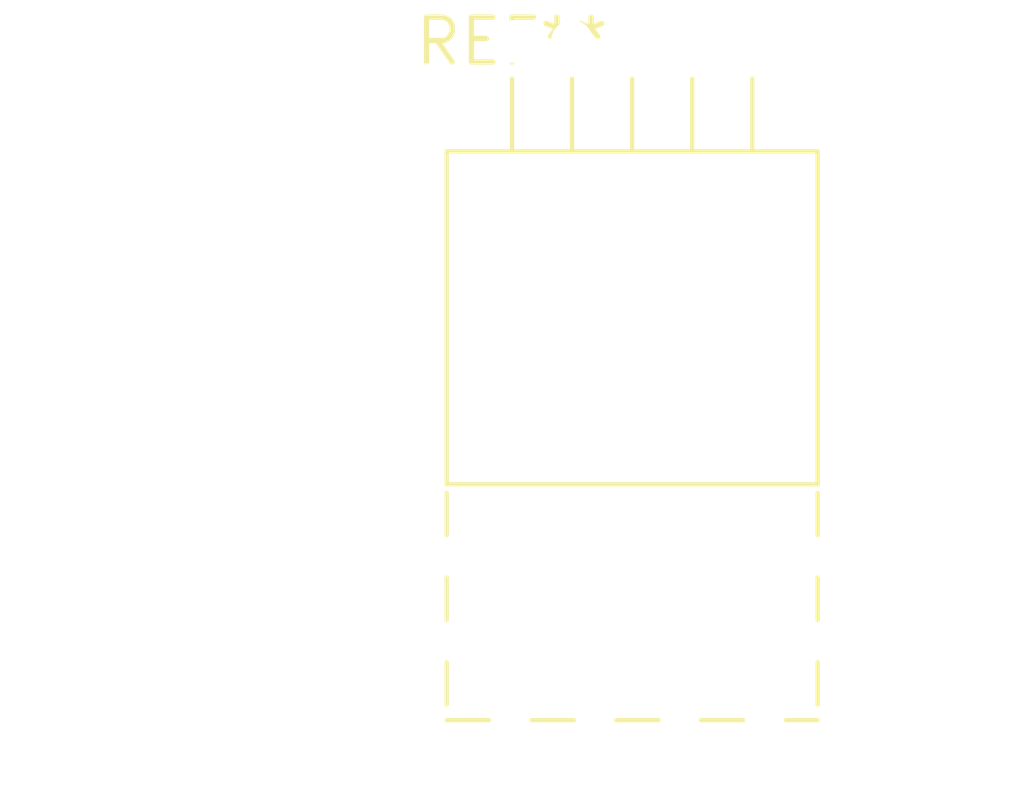
<source format=kicad_pcb>
(kicad_pcb (version 20240108) (generator pcbnew)
  (layers (0 "F.Cu" signal) (31 "B.Cu" signal) (34 "B.Paste" user) (35 "F.Paste" user) (36 "B.SilkS" user "B.Silkscreen") (37 "F.SilkS" user "F.Silkscreen") (38 "B.Mask" user) (39 "F.Mask" user) (44 "Edge.Cuts" user))
  (net 0 "")
  (footprint "TO-220F-5_Horizontal_TabUp" (layer "F.Cu") (at 0 0)
    (property "Reference" "REF**")
    (property "Value" "TO-220F-5_Horizontal_TabUp")
    (fp_line (start -1.85 3.11) (end -1.85 12.54) (layer "F.SilkS") (stroke (width 0.12)))
    (fp_line (start -1.85 3.11) (end 8.65 3.11) (layer "F.SilkS") (stroke (width 0.12)))
    (fp_line (start -1.85 12.54) (end 8.65 12.54) (layer "F.SilkS") (stroke (width 0.12)))
    (fp_line (start -1.85 12.78) (end -1.85 13.98) (layer "F.SilkS") (stroke (width 0.12)))
    (fp_line (start -1.85 15.18) (end -1.85 16.38) (layer "F.SilkS") (stroke (width 0.12)))
    (fp_line (start -1.85 17.58) (end -1.85 18.78) (layer "F.SilkS") (stroke (width 0.12)))
    (fp_line (start -1.85 19.22) (end -0.651 19.22) (layer "F.SilkS") (stroke (width 0.12)))
    (fp_line (start 0 1.05) (end 0 3.11) (layer "F.SilkS") (stroke (width 0.12)))
    (fp_line (start 0.55 19.22) (end 1.75 19.22) (layer "F.SilkS") (stroke (width 0.12)))
    (fp_line (start 1.7 1.05) (end 1.7 3.11) (layer "F.SilkS") (stroke (width 0.12)))
    (fp_line (start 2.95 19.22) (end 4.15 19.22) (layer "F.SilkS") (stroke (width 0.12)))
    (fp_line (start 3.4 1.05) (end 3.4 3.11) (layer "F.SilkS") (stroke (width 0.12)))
    (fp_line (start 5.1 1.05) (end 5.1 3.11) (layer "F.SilkS") (stroke (width 0.12)))
    (fp_line (start 5.35 19.22) (end 6.55 19.22) (layer "F.SilkS") (stroke (width 0.12)))
    (fp_line (start 6.8 1.05) (end 6.8 3.11) (layer "F.SilkS") (stroke (width 0.12)))
    (fp_line (start 7.75 19.22) (end 8.65 19.22) (layer "F.SilkS") (stroke (width 0.12)))
    (fp_line (start 8.65 3.11) (end 8.65 12.54) (layer "F.SilkS") (stroke (width 0.12)))
    (fp_line (start 8.65 12.78) (end 8.65 13.98) (layer "F.SilkS") (stroke (width 0.12)))
    (fp_line (start 8.65 15.18) (end 8.65 16.38) (layer "F.SilkS") (stroke (width 0.12)))
    (fp_line (start 8.65 17.58) (end 8.65 18.78) (layer "F.SilkS") (stroke (width 0.12)))
    (pad "" np_thru_hole oval (at 3.4 15.8) (size 3.5 3.5) (drill 3.5) (layers *.Cu *.Mask))
    (pad "1" thru_hole rect (at 0 0) (size 1.275 1.8) (drill 1.2) (layers *.Cu *.Mask) (remove_unused_layers))
    (pad "2" thru_hole oval (at 1.7 0) (size 1.275 1.8) (drill 1.2) (layers *.Cu *.Mask) (remove_unused_layers))
    (pad "3" thru_hole oval (at 3.4 0) (size 1.275 1.8) (drill 1.2) (layers *.Cu *.Mask) (remove_unused_layers))
    (pad "4" thru_hole oval (at 5.1 0) (size 1.275 1.8) (drill 1.2) (layers *.Cu *.Mask) (remove_unused_layers))
    (pad "5" thru_hole oval (at 6.8 0) (size 1.275 1.8) (drill 1.2) (layers *.Cu *.Mask) (remove_unused_layers))
  )
)
</source>
